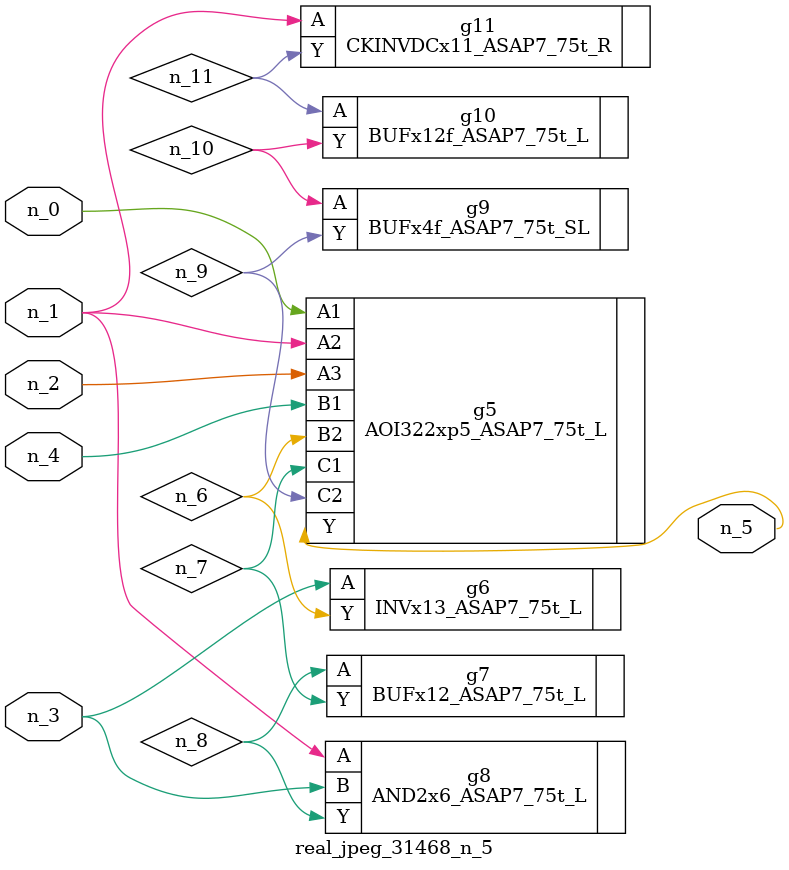
<source format=v>
module real_jpeg_31468_n_5 (n_4, n_0, n_1, n_2, n_3, n_5);

input n_4;
input n_0;
input n_1;
input n_2;
input n_3;

output n_5;

wire n_8;
wire n_11;
wire n_6;
wire n_7;
wire n_10;
wire n_9;

AOI322xp5_ASAP7_75t_L g5 ( 
.A1(n_0),
.A2(n_1),
.A3(n_2),
.B1(n_4),
.B2(n_6),
.C1(n_7),
.C2(n_9),
.Y(n_5)
);

AND2x6_ASAP7_75t_L g8 ( 
.A(n_1),
.B(n_3),
.Y(n_8)
);

CKINVDCx11_ASAP7_75t_R g11 ( 
.A(n_1),
.Y(n_11)
);

INVx13_ASAP7_75t_L g6 ( 
.A(n_3),
.Y(n_6)
);

BUFx12_ASAP7_75t_L g7 ( 
.A(n_8),
.Y(n_7)
);

BUFx4f_ASAP7_75t_SL g9 ( 
.A(n_10),
.Y(n_9)
);

BUFx12f_ASAP7_75t_L g10 ( 
.A(n_11),
.Y(n_10)
);


endmodule
</source>
